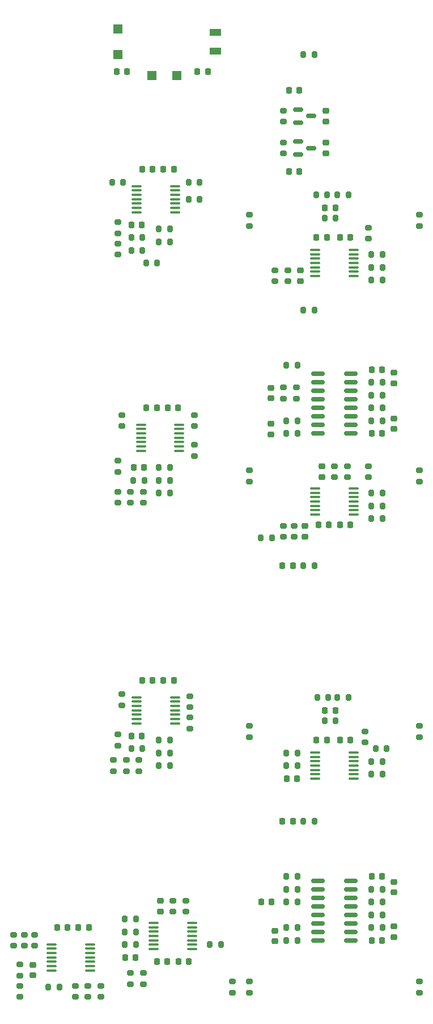
<source format=gbr>
%TF.GenerationSoftware,KiCad,Pcbnew,8.0.6*%
%TF.CreationDate,2025-04-05T08:59:43-04:00*%
%TF.ProjectId,Blinds4U,426c696e-6473-4345-952e-6b696361645f,rev?*%
%TF.SameCoordinates,Original*%
%TF.FileFunction,Paste,Top*%
%TF.FilePolarity,Positive*%
%FSLAX46Y46*%
G04 Gerber Fmt 4.6, Leading zero omitted, Abs format (unit mm)*
G04 Created by KiCad (PCBNEW 8.0.6) date 2025-04-05 08:59:43*
%MOMM*%
%LPD*%
G01*
G04 APERTURE LIST*
G04 Aperture macros list*
%AMRoundRect*
0 Rectangle with rounded corners*
0 $1 Rounding radius*
0 $2 $3 $4 $5 $6 $7 $8 $9 X,Y pos of 4 corners*
0 Add a 4 corners polygon primitive as box body*
4,1,4,$2,$3,$4,$5,$6,$7,$8,$9,$2,$3,0*
0 Add four circle primitives for the rounded corners*
1,1,$1+$1,$2,$3*
1,1,$1+$1,$4,$5*
1,1,$1+$1,$6,$7*
1,1,$1+$1,$8,$9*
0 Add four rect primitives between the rounded corners*
20,1,$1+$1,$2,$3,$4,$5,0*
20,1,$1+$1,$4,$5,$6,$7,0*
20,1,$1+$1,$6,$7,$8,$9,0*
20,1,$1+$1,$8,$9,$2,$3,0*%
G04 Aperture macros list end*
%ADD10RoundRect,0.200000X0.200000X0.275000X-0.200000X0.275000X-0.200000X-0.275000X0.200000X-0.275000X0*%
%ADD11RoundRect,0.200000X0.275000X-0.200000X0.275000X0.200000X-0.275000X0.200000X-0.275000X-0.200000X0*%
%ADD12RoundRect,0.100000X-0.637500X-0.100000X0.637500X-0.100000X0.637500X0.100000X-0.637500X0.100000X0*%
%ADD13RoundRect,0.200000X-0.275000X0.200000X-0.275000X-0.200000X0.275000X-0.200000X0.275000X0.200000X0*%
%ADD14RoundRect,0.200000X-0.200000X-0.275000X0.200000X-0.275000X0.200000X0.275000X-0.200000X0.275000X0*%
%ADD15RoundRect,0.150000X-0.825000X-0.150000X0.825000X-0.150000X0.825000X0.150000X-0.825000X0.150000X0*%
%ADD16R,1.800000X1.000000*%
%ADD17RoundRect,0.225000X0.225000X0.250000X-0.225000X0.250000X-0.225000X-0.250000X0.225000X-0.250000X0*%
%ADD18RoundRect,0.225000X-0.225000X-0.250000X0.225000X-0.250000X0.225000X0.250000X-0.225000X0.250000X0*%
%ADD19R,1.400000X1.400000*%
%ADD20RoundRect,0.225000X-0.250000X0.225000X-0.250000X-0.225000X0.250000X-0.225000X0.250000X0.225000X0*%
%ADD21RoundRect,0.225000X0.250000X-0.225000X0.250000X0.225000X-0.250000X0.225000X-0.250000X-0.225000X0*%
%ADD22RoundRect,0.218750X-0.218750X-0.256250X0.218750X-0.256250X0.218750X0.256250X-0.218750X0.256250X0*%
%ADD23RoundRect,0.150000X-0.587500X-0.150000X0.587500X-0.150000X0.587500X0.150000X-0.587500X0.150000X0*%
%ADD24RoundRect,0.218750X0.218750X0.256250X-0.218750X0.256250X-0.218750X-0.256250X0.218750X-0.256250X0*%
G04 APERTURE END LIST*
D10*
%TO.C,R31*%
X80835000Y-86995000D03*
X79185000Y-86995000D03*
%TD*%
D11*
%TO.C,R16*%
X99060000Y-57975000D03*
X99060000Y-56325000D03*
%TD*%
%TO.C,R13*%
X53975000Y-59086100D03*
X53975000Y-57436100D03*
%TD*%
%TO.C,R45*%
X73660000Y-96075000D03*
X73660000Y-94425000D03*
%TD*%
D12*
%TO.C,IC11*%
X44127500Y-165055000D03*
X44127500Y-165705000D03*
X44127500Y-166355000D03*
X44127500Y-167005000D03*
X44127500Y-167655000D03*
X44127500Y-168305000D03*
X44127500Y-168955000D03*
X49852500Y-168955000D03*
X49852500Y-168305000D03*
X49852500Y-167655000D03*
X49852500Y-167005000D03*
X49852500Y-166355000D03*
X49852500Y-165705000D03*
X49852500Y-165055000D03*
%TD*%
D13*
%TO.C,R110*%
X49530000Y-171260000D03*
X49530000Y-172910000D03*
%TD*%
D14*
%TO.C,R12*%
X91885000Y-62230000D03*
X93535000Y-62230000D03*
%TD*%
%TO.C,R95*%
X81725000Y-146685000D03*
X83375000Y-146685000D03*
%TD*%
D13*
%TO.C,R67*%
X54610000Y-127762500D03*
X54610000Y-129412500D03*
%TD*%
%TO.C,R50*%
X78740000Y-102680000D03*
X78740000Y-104330000D03*
%TD*%
D15*
%TO.C,IC10*%
X83885000Y-155575000D03*
X83885000Y-156845000D03*
X83885000Y-158115000D03*
X83885000Y-159385000D03*
X83885000Y-160655000D03*
X83885000Y-161925000D03*
X83885000Y-163195000D03*
X83885000Y-164465000D03*
X88835000Y-164465000D03*
X88835000Y-163195000D03*
X88835000Y-161925000D03*
X88835000Y-160655000D03*
X88835000Y-159385000D03*
X88835000Y-158115000D03*
X88835000Y-156845000D03*
X88835000Y-155575000D03*
%TD*%
D13*
%TO.C,R69*%
X90932000Y-133312400D03*
X90932000Y-134962400D03*
%TD*%
D14*
%TO.C,R80*%
X91885000Y-139700000D03*
X93535000Y-139700000D03*
%TD*%
D10*
%TO.C,R14*%
X57657500Y-59690000D03*
X56007500Y-59690000D03*
%TD*%
%TO.C,R57*%
X77025000Y-104457500D03*
X75375000Y-104457500D03*
%TD*%
D11*
%TO.C,R55*%
X57785000Y-99250000D03*
X57785000Y-97600000D03*
%TD*%
%TO.C,R11*%
X73660000Y-57975000D03*
X73660000Y-56325000D03*
%TD*%
D16*
%TO.C,P1*%
X68580000Y-31880000D03*
X68580000Y-29080000D03*
%TD*%
D17*
%TO.C,C31*%
X86500000Y-130175000D03*
X84950000Y-130175000D03*
%TD*%
D14*
%TO.C,R18*%
X60135000Y-60325000D03*
X61785000Y-60325000D03*
%TD*%
D10*
%TO.C,R87*%
X93535000Y-156845000D03*
X91885000Y-156845000D03*
%TD*%
D14*
%TO.C,R48*%
X60135000Y-93980000D03*
X61785000Y-93980000D03*
%TD*%
D10*
%TO.C,R58*%
X61785000Y-97789900D03*
X60135000Y-97789900D03*
%TD*%
D18*
%TO.C,C35*%
X79235000Y-140335000D03*
X80785000Y-140335000D03*
%TD*%
D14*
%TO.C,R88*%
X79185000Y-158750000D03*
X80835000Y-158750000D03*
%TD*%
%TO.C,R78*%
X79185000Y-136525000D03*
X80835000Y-136525000D03*
%TD*%
D13*
%TO.C,R19*%
X77470000Y-64580000D03*
X77470000Y-66230000D03*
%TD*%
D11*
%TO.C,R76*%
X99060000Y-134175000D03*
X99060000Y-132525000D03*
%TD*%
D13*
%TO.C,R115*%
X47625000Y-171260000D03*
X47625000Y-172910000D03*
%TD*%
D10*
%TO.C,R1*%
X85280000Y-53340000D03*
X83630000Y-53340000D03*
%TD*%
D13*
%TO.C,R70*%
X64770000Y-131255000D03*
X64770000Y-132905000D03*
%TD*%
D17*
%TO.C,C6*%
X86500000Y-55245000D03*
X84950000Y-55245000D03*
%TD*%
%TO.C,C28*%
X80150000Y-108585000D03*
X78600000Y-108585000D03*
%TD*%
D14*
%TO.C,R30*%
X91885000Y-85090000D03*
X93535000Y-85090000D03*
%TD*%
D18*
%TO.C,C20*%
X56375000Y-93980000D03*
X57925000Y-93980000D03*
%TD*%
%TO.C,C11*%
X91935000Y-79375000D03*
X93485000Y-79375000D03*
%TD*%
D11*
%TO.C,R99*%
X40005000Y-165290000D03*
X40005000Y-163640000D03*
%TD*%
D18*
%TO.C,C4*%
X60820000Y-49530000D03*
X62370000Y-49530000D03*
%TD*%
D19*
%TO.C,D1*%
X62860000Y-35560000D03*
X59060000Y-35560000D03*
%TD*%
D20*
%TO.C,C40*%
X95250000Y-162420000D03*
X95250000Y-163970000D03*
%TD*%
D11*
%TO.C,R102*%
X64135000Y-160210000D03*
X64135000Y-158560000D03*
%TD*%
D12*
%TO.C,IC1*%
X56827500Y-52025000D03*
X56827500Y-52675000D03*
X56827500Y-53325000D03*
X56827500Y-53975000D03*
X56827500Y-54625000D03*
X56827500Y-55275000D03*
X56827500Y-55925000D03*
X62552500Y-55925000D03*
X62552500Y-55275000D03*
X62552500Y-54625000D03*
X62552500Y-53975000D03*
X62552500Y-53325000D03*
X62552500Y-52675000D03*
X62552500Y-52025000D03*
%TD*%
D18*
%TO.C,C25*%
X79552500Y-37785000D03*
X81102500Y-37785000D03*
%TD*%
D12*
%TO.C,IC5*%
X83497500Y-97110000D03*
X83497500Y-97760000D03*
X83497500Y-98410000D03*
X83497500Y-99060000D03*
X83497500Y-99710000D03*
X83497500Y-100360000D03*
X83497500Y-101010000D03*
X89222500Y-101010000D03*
X89222500Y-100360000D03*
X89222500Y-99710000D03*
X89222500Y-99060000D03*
X89222500Y-98410000D03*
X89222500Y-97760000D03*
X89222500Y-97110000D03*
%TD*%
D17*
%TO.C,C8*%
X88722500Y-59690000D03*
X87172500Y-59690000D03*
%TD*%
D18*
%TO.C,C24*%
X79567500Y-49850000D03*
X81117500Y-49850000D03*
%TD*%
D11*
%TO.C,R109*%
X99060000Y-172275000D03*
X99060000Y-170625000D03*
%TD*%
D14*
%TO.C,R94*%
X79185000Y-164465000D03*
X80835000Y-164465000D03*
%TD*%
D18*
%TO.C,C46*%
X59867500Y-167640000D03*
X61417500Y-167640000D03*
%TD*%
D10*
%TO.C,R117*%
X56705000Y-161290000D03*
X55055000Y-161290000D03*
%TD*%
D14*
%TO.C,R72*%
X91885000Y-137795000D03*
X93535000Y-137795000D03*
%TD*%
D18*
%TO.C,C34*%
X56057500Y-133985000D03*
X57607500Y-133985000D03*
%TD*%
D11*
%TO.C,R51*%
X80327500Y-104330000D03*
X80327500Y-102680000D03*
%TD*%
D13*
%TO.C,R41*%
X65405000Y-86170000D03*
X65405000Y-87820000D03*
%TD*%
D14*
%TO.C,R53*%
X91885000Y-101600000D03*
X93535000Y-101600000D03*
%TD*%
D10*
%TO.C,R114*%
X45275000Y-171450000D03*
X43625000Y-171450000D03*
%TD*%
D12*
%TO.C,IC2*%
X83497500Y-61550000D03*
X83497500Y-62200000D03*
X83497500Y-62850000D03*
X83497500Y-63500000D03*
X83497500Y-64150000D03*
X83497500Y-64800000D03*
X83497500Y-65450000D03*
X89222500Y-65450000D03*
X89222500Y-64800000D03*
X89222500Y-64150000D03*
X89222500Y-63500000D03*
X89222500Y-62850000D03*
X89222500Y-62200000D03*
X89222500Y-61550000D03*
%TD*%
D13*
%TO.C,R68*%
X64770000Y-128080000D03*
X64770000Y-129730000D03*
%TD*%
%TO.C,R20*%
X79375000Y-64580000D03*
X79375000Y-66230000D03*
%TD*%
%TO.C,R82*%
X55245000Y-137605000D03*
X55245000Y-139255000D03*
%TD*%
D18*
%TO.C,C48*%
X55105000Y-167005000D03*
X56655000Y-167005000D03*
%TD*%
D14*
%TO.C,R90*%
X91885000Y-158750000D03*
X93535000Y-158750000D03*
%TD*%
%TO.C,R91*%
X91885000Y-160655000D03*
X93535000Y-160655000D03*
%TD*%
D17*
%TO.C,C21*%
X85547500Y-102552500D03*
X83997500Y-102552500D03*
%TD*%
D14*
%TO.C,R81*%
X92520000Y-135890000D03*
X94170000Y-135890000D03*
%TD*%
%TO.C,R21*%
X91885000Y-66040000D03*
X93535000Y-66040000D03*
%TD*%
D18*
%TO.C,C42*%
X48120000Y-162560000D03*
X49670000Y-162560000D03*
%TD*%
D14*
%TO.C,R29*%
X91885000Y-83185000D03*
X93535000Y-83185000D03*
%TD*%
%TO.C,R3*%
X81725000Y-32385000D03*
X83375000Y-32385000D03*
%TD*%
D11*
%TO.C,R106*%
X73660000Y-172275000D03*
X73660000Y-170625000D03*
%TD*%
%TO.C,R27*%
X78740000Y-83692500D03*
X78740000Y-82042500D03*
%TD*%
D10*
%TO.C,R24*%
X59880000Y-63500000D03*
X58230000Y-63500000D03*
%TD*%
D17*
%TO.C,C7*%
X85230000Y-59690000D03*
X83680000Y-59690000D03*
%TD*%
D11*
%TO.C,R84*%
X57150000Y-139255100D03*
X57150000Y-137605100D03*
%TD*%
%TO.C,R39*%
X88265000Y-95440000D03*
X88265000Y-93790000D03*
%TD*%
D20*
%TO.C,C45*%
X41275000Y-168135000D03*
X41275000Y-169685000D03*
%TD*%
D11*
%TO.C,R59*%
X78740000Y-47182500D03*
X78740000Y-45532500D03*
%TD*%
D14*
%TO.C,R34*%
X81725000Y-70485000D03*
X83375000Y-70485000D03*
%TD*%
%TO.C,R22*%
X91885000Y-64135000D03*
X93535000Y-64135000D03*
%TD*%
D20*
%TO.C,C26*%
X85090000Y-45582500D03*
X85090000Y-47132500D03*
%TD*%
D10*
%TO.C,R74*%
X57657500Y-135890000D03*
X56007500Y-135890000D03*
%TD*%
D12*
%TO.C,IC12*%
X59367500Y-161880000D03*
X59367500Y-162530000D03*
X59367500Y-163180000D03*
X59367500Y-163830000D03*
X59367500Y-164480000D03*
X59367500Y-165130000D03*
X59367500Y-165780000D03*
X65092500Y-165780000D03*
X65092500Y-165130000D03*
X65092500Y-164480000D03*
X65092500Y-163830000D03*
X65092500Y-163180000D03*
X65092500Y-162530000D03*
X65092500Y-161880000D03*
%TD*%
D13*
%TO.C,R40*%
X54610000Y-86170000D03*
X54610000Y-87820000D03*
%TD*%
D14*
%TO.C,R10*%
X64580000Y-53975000D03*
X66230000Y-53975000D03*
%TD*%
D11*
%TO.C,R116*%
X39370000Y-172910000D03*
X39370000Y-171260000D03*
%TD*%
D17*
%TO.C,C22*%
X88722500Y-102552500D03*
X87172500Y-102552500D03*
%TD*%
%TO.C,C3*%
X80150000Y-146685000D03*
X78600000Y-146685000D03*
%TD*%
D11*
%TO.C,R71*%
X73660000Y-134175000D03*
X73660000Y-132525000D03*
%TD*%
D21*
%TO.C,C23*%
X81915000Y-104280000D03*
X81915000Y-102730000D03*
%TD*%
%TO.C,C39*%
X77470000Y-164605000D03*
X77470000Y-163055000D03*
%TD*%
D17*
%TO.C,C32*%
X85230000Y-134620000D03*
X83680000Y-134620000D03*
%TD*%
D11*
%TO.C,R107*%
X39370000Y-169735000D03*
X39370000Y-168085000D03*
%TD*%
D14*
%TO.C,R33*%
X79185000Y-88900000D03*
X80835000Y-88900000D03*
%TD*%
D13*
%TO.C,R23*%
X53975000Y-60611000D03*
X53975000Y-62261000D03*
%TD*%
D11*
%TO.C,R96*%
X55880000Y-171005000D03*
X55880000Y-169355000D03*
%TD*%
D17*
%TO.C,C16*%
X93485000Y-88900000D03*
X91935000Y-88900000D03*
%TD*%
D22*
%TO.C,L2*%
X65887500Y-34925000D03*
X67462500Y-34925000D03*
%TD*%
D10*
%TO.C,R89*%
X80835000Y-156845000D03*
X79185000Y-156845000D03*
%TD*%
%TO.C,R85*%
X61785000Y-138430000D03*
X60135000Y-138430000D03*
%TD*%
D21*
%TO.C,C37*%
X95250000Y-157302500D03*
X95250000Y-155752500D03*
%TD*%
D18*
%TO.C,C47*%
X63042500Y-167640000D03*
X64592500Y-167640000D03*
%TD*%
D14*
%TO.C,R77*%
X60135000Y-136525000D03*
X61785000Y-136525000D03*
%TD*%
D21*
%TO.C,C13*%
X76835000Y-83642500D03*
X76835000Y-82092500D03*
%TD*%
%TO.C,C14*%
X76835000Y-89040000D03*
X76835000Y-87490000D03*
%TD*%
D18*
%TO.C,C9*%
X56057500Y-57785000D03*
X57607500Y-57785000D03*
%TD*%
D14*
%TO.C,R7*%
X53150000Y-51435000D03*
X54800000Y-51435000D03*
%TD*%
D10*
%TO.C,R61*%
X85438800Y-128270000D03*
X83788800Y-128270000D03*
%TD*%
D21*
%TO.C,C12*%
X95250000Y-81420000D03*
X95250000Y-79870000D03*
%TD*%
D13*
%TO.C,R60*%
X78740000Y-40770000D03*
X78740000Y-42420000D03*
%TD*%
D23*
%TO.C,IC7*%
X80977500Y-40645000D03*
X80977500Y-42545000D03*
X82852500Y-41595000D03*
%TD*%
D19*
%TO.C,D2*%
X53975000Y-28580000D03*
X53975000Y-32380000D03*
%TD*%
D18*
%TO.C,C30*%
X57645000Y-125730000D03*
X59195000Y-125730000D03*
%TD*%
D21*
%TO.C,C44*%
X60325000Y-160160000D03*
X60325000Y-158610000D03*
%TD*%
D14*
%TO.C,R86*%
X79185000Y-154940000D03*
X80835000Y-154940000D03*
%TD*%
D12*
%TO.C,IC4*%
X57462500Y-87585000D03*
X57462500Y-88235000D03*
X57462500Y-88885000D03*
X57462500Y-89535000D03*
X57462500Y-90185000D03*
X57462500Y-90835000D03*
X57462500Y-91485000D03*
X63187500Y-91485000D03*
X63187500Y-90835000D03*
X63187500Y-90185000D03*
X63187500Y-89535000D03*
X63187500Y-88885000D03*
X63187500Y-88235000D03*
X63187500Y-87585000D03*
%TD*%
D18*
%TO.C,C36*%
X91935000Y-154940000D03*
X93485000Y-154940000D03*
%TD*%
D17*
%TO.C,C41*%
X93485000Y-164465000D03*
X91935000Y-164465000D03*
%TD*%
D12*
%TO.C,IC9*%
X83497500Y-136480000D03*
X83497500Y-137130000D03*
X83497500Y-137780000D03*
X83497500Y-138430000D03*
X83497500Y-139080000D03*
X83497500Y-139730000D03*
X83497500Y-140380000D03*
X89222500Y-140380000D03*
X89222500Y-139730000D03*
X89222500Y-139080000D03*
X89222500Y-138430000D03*
X89222500Y-137780000D03*
X89222500Y-137130000D03*
X89222500Y-136480000D03*
%TD*%
D13*
%TO.C,R9*%
X91440000Y-58230000D03*
X91440000Y-59880000D03*
%TD*%
D14*
%TO.C,R15*%
X60135000Y-58420000D03*
X61785000Y-58420000D03*
%TD*%
D10*
%TO.C,R6*%
X86550000Y-56832500D03*
X84900000Y-56832500D03*
%TD*%
D17*
%TO.C,C33*%
X88722500Y-134620000D03*
X87172500Y-134620000D03*
%TD*%
D24*
%TO.C,L1*%
X55397500Y-34925000D03*
X53822500Y-34925000D03*
%TD*%
D14*
%TO.C,R8*%
X64580000Y-51435000D03*
X66230000Y-51435000D03*
%TD*%
D20*
%TO.C,C10*%
X81280000Y-64630000D03*
X81280000Y-66180000D03*
%TD*%
D13*
%TO.C,R83*%
X53340000Y-137605100D03*
X53340000Y-139255100D03*
%TD*%
D10*
%TO.C,R92*%
X80835000Y-162560000D03*
X79185000Y-162560000D03*
%TD*%
D12*
%TO.C,IC8*%
X56827500Y-128225000D03*
X56827500Y-128875000D03*
X56827500Y-129525000D03*
X56827500Y-130175000D03*
X56827500Y-130825000D03*
X56827500Y-131475000D03*
X56827500Y-132125000D03*
X62552500Y-132125000D03*
X62552500Y-131475000D03*
X62552500Y-130825000D03*
X62552500Y-130175000D03*
X62552500Y-129525000D03*
X62552500Y-128875000D03*
X62552500Y-128225000D03*
%TD*%
D21*
%TO.C,C27*%
X85090000Y-42372500D03*
X85090000Y-40822500D03*
%TD*%
D10*
%TO.C,R66*%
X86550000Y-131762500D03*
X84900000Y-131762500D03*
%TD*%
D15*
%TO.C,IC3*%
X83885000Y-80010000D03*
X83885000Y-81280000D03*
X83885000Y-82550000D03*
X83885000Y-83820000D03*
X83885000Y-85090000D03*
X83885000Y-86360000D03*
X83885000Y-87630000D03*
X83885000Y-88900000D03*
X88835000Y-88900000D03*
X88835000Y-87630000D03*
X88835000Y-86360000D03*
X88835000Y-85090000D03*
X88835000Y-83820000D03*
X88835000Y-82550000D03*
X88835000Y-81280000D03*
X88835000Y-80010000D03*
%TD*%
D10*
%TO.C,R47*%
X57975000Y-95885000D03*
X56325000Y-95885000D03*
%TD*%
D11*
%TO.C,R101*%
X62230000Y-160210000D03*
X62230000Y-158560000D03*
%TD*%
D13*
%TO.C,R100*%
X41592500Y-163640000D03*
X41592500Y-165290000D03*
%TD*%
%TO.C,R28*%
X80645000Y-82042500D03*
X80645000Y-83692500D03*
%TD*%
D17*
%TO.C,C38*%
X76975000Y-158750000D03*
X75425000Y-158750000D03*
%TD*%
D14*
%TO.C,R113*%
X67755000Y-165100000D03*
X69405000Y-165100000D03*
%TD*%
%TO.C,R52*%
X60135100Y-95885000D03*
X61785100Y-95885000D03*
%TD*%
%TO.C,R17*%
X56007500Y-61595000D03*
X57657500Y-61595000D03*
%TD*%
%TO.C,R42*%
X91885000Y-99695000D03*
X93535000Y-99695000D03*
%TD*%
D11*
%TO.C,R49*%
X99060000Y-96075000D03*
X99060000Y-94425000D03*
%TD*%
D14*
%TO.C,R2*%
X86805000Y-53340000D03*
X88455000Y-53340000D03*
%TD*%
D13*
%TO.C,R56*%
X55880000Y-97600000D03*
X55880000Y-99250000D03*
%TD*%
D14*
%TO.C,R63*%
X81725000Y-108585000D03*
X83375000Y-108585000D03*
%TD*%
D10*
%TO.C,R26*%
X93535000Y-81280000D03*
X91885000Y-81280000D03*
%TD*%
D23*
%TO.C,IC6*%
X80977500Y-45405000D03*
X80977500Y-47305000D03*
X82852500Y-46355000D03*
%TD*%
D11*
%TO.C,R73*%
X53975000Y-135445000D03*
X53975000Y-133795000D03*
%TD*%
D10*
%TO.C,R111*%
X56705000Y-163195000D03*
X55055000Y-163195000D03*
%TD*%
D13*
%TO.C,R54*%
X53975000Y-97600000D03*
X53975000Y-99250000D03*
%TD*%
%TO.C,R105*%
X71120000Y-170625000D03*
X71120000Y-172275000D03*
%TD*%
D11*
%TO.C,R103*%
X38417500Y-165290000D03*
X38417500Y-163640000D03*
%TD*%
%TO.C,R38*%
X86360000Y-95440000D03*
X86360000Y-93790000D03*
%TD*%
D14*
%TO.C,R35*%
X91885000Y-97790000D03*
X93535000Y-97790000D03*
%TD*%
D18*
%TO.C,C43*%
X44945000Y-162560000D03*
X46495000Y-162560000D03*
%TD*%
D14*
%TO.C,R25*%
X79185000Y-78740000D03*
X80835000Y-78740000D03*
%TD*%
D18*
%TO.C,C29*%
X60820000Y-125730000D03*
X62370000Y-125730000D03*
%TD*%
D13*
%TO.C,R43*%
X91440000Y-93790000D03*
X91440000Y-95440000D03*
%TD*%
%TO.C,R108*%
X51435000Y-171260000D03*
X51435000Y-172910000D03*
%TD*%
D10*
%TO.C,R93*%
X93535000Y-162560000D03*
X91885000Y-162560000D03*
%TD*%
D20*
%TO.C,C15*%
X95250000Y-86696200D03*
X95250000Y-88246200D03*
%TD*%
D14*
%TO.C,R62*%
X86805000Y-128270000D03*
X88455000Y-128270000D03*
%TD*%
D10*
%TO.C,R32*%
X93535000Y-86995000D03*
X91885000Y-86995000D03*
%TD*%
D14*
%TO.C,R112*%
X55055000Y-165100000D03*
X56705000Y-165100000D03*
%TD*%
%TO.C,R75*%
X60135000Y-134620000D03*
X61785000Y-134620000D03*
%TD*%
D18*
%TO.C,C5*%
X57645000Y-49530000D03*
X59195000Y-49530000D03*
%TD*%
D11*
%TO.C,R104*%
X57785000Y-171005000D03*
X57785000Y-169355000D03*
%TD*%
D13*
%TO.C,R44*%
X65405000Y-90614900D03*
X65405000Y-92264900D03*
%TD*%
D18*
%TO.C,C17*%
X61455000Y-85090000D03*
X63005000Y-85090000D03*
%TD*%
D10*
%TO.C,R79*%
X80835000Y-138430000D03*
X79185000Y-138430000D03*
%TD*%
D21*
%TO.C,C19*%
X84455000Y-95390000D03*
X84455000Y-93840000D03*
%TD*%
D18*
%TO.C,C18*%
X58280000Y-85090000D03*
X59830000Y-85090000D03*
%TD*%
D11*
%TO.C,R46*%
X53975000Y-94646000D03*
X53975000Y-92996000D03*
%TD*%
M02*

</source>
